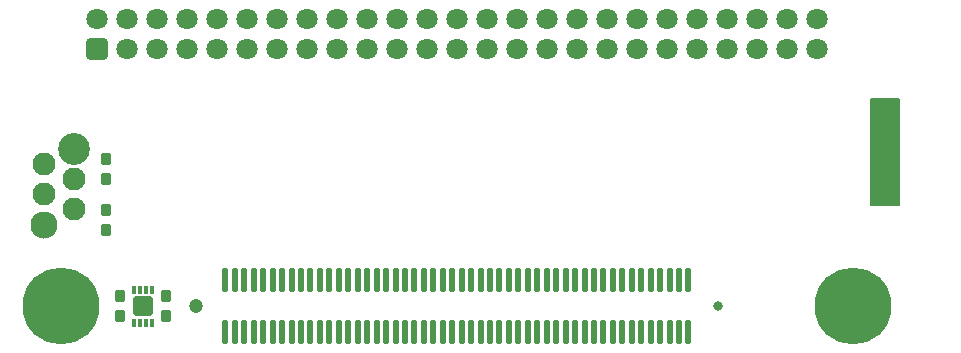
<source format=gts>
G04 #@! TF.GenerationSoftware,KiCad,Pcbnew,8.0.6*
G04 #@! TF.CreationDate,2024-11-07T02:27:30-08:00*
G04 #@! TF.ProjectId,mse-50-idc,6d73652d-3530-42d6-9964-632e6b696361,1*
G04 #@! TF.SameCoordinates,Original*
G04 #@! TF.FileFunction,Soldermask,Top*
G04 #@! TF.FilePolarity,Negative*
%FSLAX46Y46*%
G04 Gerber Fmt 4.6, Leading zero omitted, Abs format (unit mm)*
G04 Created by KiCad (PCBNEW 8.0.6) date 2024-11-07 02:27:30*
%MOMM*%
%LPD*%
G01*
G04 APERTURE LIST*
G04 Aperture macros list*
%AMRoundRect*
0 Rectangle with rounded corners*
0 $1 Rounding radius*
0 $2 $3 $4 $5 $6 $7 $8 $9 X,Y pos of 4 corners*
0 Add a 4 corners polygon primitive as box body*
4,1,4,$2,$3,$4,$5,$6,$7,$8,$9,$2,$3,0*
0 Add four circle primitives for the rounded corners*
1,1,$1+$1,$2,$3*
1,1,$1+$1,$4,$5*
1,1,$1+$1,$6,$7*
1,1,$1+$1,$8,$9*
0 Add four rect primitives between the rounded corners*
20,1,$1+$1,$2,$3,$4,$5,0*
20,1,$1+$1,$4,$5,$6,$7,0*
20,1,$1+$1,$6,$7,$8,$9,0*
20,1,$1+$1,$8,$9,$2,$3,0*%
G04 Aperture macros list end*
%ADD10C,0.800000*%
%ADD11C,1.200000*%
%ADD12RoundRect,0.125000X0.125000X0.925000X-0.125000X0.925000X-0.125000X-0.925000X0.125000X-0.925000X0*%
%ADD13RoundRect,0.225000X0.225000X-0.275000X0.225000X0.275000X-0.225000X0.275000X-0.225000X-0.275000X0*%
%ADD14RoundRect,0.225000X-0.225000X0.275000X-0.225000X-0.275000X0.225000X-0.275000X0.225000X0.275000X0*%
%ADD15RoundRect,0.264706X0.635294X-0.635294X0.635294X0.635294X-0.635294X0.635294X-0.635294X-0.635294X0*%
%ADD16C,1.800000*%
%ADD17C,6.500000*%
%ADD18RoundRect,0.062500X0.137500X-0.287500X0.137500X0.287500X-0.137500X0.287500X-0.137500X-0.287500X0*%
%ADD19RoundRect,0.265625X0.584375X-0.584375X0.584375X0.584375X-0.584375X0.584375X-0.584375X-0.584375X0*%
%ADD20C,2.300000*%
%ADD21C,2.700000*%
%ADD22C,1.950000*%
G04 APERTURE END LIST*
D10*
G04 #@! TO.C,J1*
X-15400000Y4000000D03*
D11*
X-59600000Y4000000D03*
D12*
X-57100000Y1800000D03*
X-57100000Y6200000D03*
X-56300000Y1800001D03*
X-56300000Y6199999D03*
X-55500000Y1800000D03*
X-55500000Y6200000D03*
X-54700001Y1800000D03*
X-54700001Y6200000D03*
X-53900000Y1800000D03*
X-53900000Y6200000D03*
X-53100000Y1800000D03*
X-53100000Y6200000D03*
X-52299999Y1800000D03*
X-52299999Y6200000D03*
X-51500000Y1800000D03*
X-51500000Y6200000D03*
X-50700000Y1800001D03*
X-50700000Y6199999D03*
X-49900000Y1800000D03*
X-49900000Y6200000D03*
X-49100000Y1800000D03*
X-49100000Y6200000D03*
X-48300000Y1800000D03*
X-48300000Y6200000D03*
X-47500000Y1800000D03*
X-47500000Y6200000D03*
X-46699999Y1800000D03*
X-46699999Y6200000D03*
X-45900000Y1800000D03*
X-45900000Y6200000D03*
X-45100000Y1800001D03*
X-45100000Y6199999D03*
X-44300000Y1800000D03*
X-44300000Y6200000D03*
X-43500000Y1800000D03*
X-43500000Y6200000D03*
X-42700000Y1800000D03*
X-42700000Y6200000D03*
X-41900000Y1800000D03*
X-41900000Y6200000D03*
X-41099999Y1800000D03*
X-41099999Y6200000D03*
X-40300000Y1800000D03*
X-40300000Y6200000D03*
X-39500000Y1800001D03*
X-39500000Y6199999D03*
X-38700000Y1800000D03*
X-38700000Y6200000D03*
X-37900000Y1800000D03*
X-37900000Y6200000D03*
X-37100000Y1800000D03*
X-37100000Y6200000D03*
X-36300000Y1800000D03*
X-36300000Y6200000D03*
X-35500000Y1800001D03*
X-35500000Y6199999D03*
X-34700000Y1800000D03*
X-34700000Y6200000D03*
X-33900001Y1800000D03*
X-33900001Y6200000D03*
X-33100000Y1800000D03*
X-33100000Y6200000D03*
X-32300000Y1800000D03*
X-32300000Y6200000D03*
X-31500000Y1800000D03*
X-31500000Y6200000D03*
X-30700000Y1800000D03*
X-30700000Y6200000D03*
X-29900000Y1800001D03*
X-29900000Y6199999D03*
X-29100000Y1800000D03*
X-29100000Y6200000D03*
X-28300001Y1800000D03*
X-28300001Y6200000D03*
X-27500000Y1800000D03*
X-27500000Y6200000D03*
X-26700000Y1800000D03*
X-26700000Y6200000D03*
X-25900000Y1800000D03*
X-25900000Y6200000D03*
X-25100000Y1800000D03*
X-25100000Y6200000D03*
X-24300000Y1800001D03*
X-24300000Y6199999D03*
X-23500000Y1800000D03*
X-23500000Y6200000D03*
X-22700001Y1800000D03*
X-22700001Y6200000D03*
X-21900000Y1800000D03*
X-21900000Y6200000D03*
X-21100000Y1800000D03*
X-21100000Y6200000D03*
X-20299999Y1800000D03*
X-20299999Y6200000D03*
X-19500000Y1800000D03*
X-19500000Y6200000D03*
X-18700000Y1800001D03*
X-18700000Y6199999D03*
X-17900000Y1800000D03*
X-17900000Y6200000D03*
G04 #@! TD*
D13*
G04 #@! TO.C,R3*
X-67200000Y10450000D03*
X-67200000Y12150000D03*
G04 #@! TD*
D14*
G04 #@! TO.C,R2*
X-67200000Y16450000D03*
X-67200000Y14750000D03*
G04 #@! TD*
D13*
G04 #@! TO.C,C1*
X-66050000Y3150000D03*
X-66050000Y4850000D03*
G04 #@! TD*
D15*
G04 #@! TO.C,J2*
X-67980000Y25760000D03*
D16*
X-67980000Y28300000D03*
X-65440000Y25760000D03*
X-65440000Y28300000D03*
X-62900001Y25760000D03*
X-62900000Y28300000D03*
X-60360000Y25760000D03*
X-60360000Y28300000D03*
X-57820000Y25760000D03*
X-57820000Y28300000D03*
X-55280000Y25760000D03*
X-55280000Y28300000D03*
X-52740000Y25760000D03*
X-52740000Y28300000D03*
X-50199999Y25760000D03*
X-50200000Y28300000D03*
X-47660000Y25760000D03*
X-47660000Y28300000D03*
X-45120000Y25760000D03*
X-45120000Y28300000D03*
X-42580000Y25760000D03*
X-42580000Y28300000D03*
X-40040001Y25760000D03*
X-40040000Y28300000D03*
X-37500000Y25760000D03*
X-37500000Y28300000D03*
X-34960000Y25760000D03*
X-34960000Y28300000D03*
X-32420000Y25760000D03*
X-32420000Y28300000D03*
X-29880001Y25760000D03*
X-29880000Y28300000D03*
X-27339999Y25760000D03*
X-27340000Y28300000D03*
X-24800000Y25760000D03*
X-24800000Y28300000D03*
X-22260000Y25760000D03*
X-22260000Y28300000D03*
X-19720000Y25760000D03*
X-19720000Y28300000D03*
X-17180001Y25760000D03*
X-17180000Y28300000D03*
X-14640000Y25760000D03*
X-14640000Y28300000D03*
X-12100000Y25760000D03*
X-12100000Y28300000D03*
X-9560000Y25760000D03*
X-9560000Y28300000D03*
X-7020001Y25760000D03*
X-7020000Y28300000D03*
G04 #@! TD*
D17*
G04 #@! TO.C,H4*
X-4000000Y4000000D03*
G04 #@! TD*
D13*
G04 #@! TO.C,R1*
X-62150000Y3150000D03*
X-62150000Y4850000D03*
G04 #@! TD*
D18*
G04 #@! TO.C,U1*
X-64850001Y2600000D03*
X-64350000Y2600000D03*
X-63850000Y2600000D03*
X-63349999Y2600000D03*
X-63349999Y5400000D03*
X-63850000Y5400000D03*
X-64350000Y5400000D03*
X-64850001Y5400000D03*
D19*
X-64100000Y4000000D03*
G04 #@! TD*
D20*
G04 #@! TO.C,J3*
X-72440000Y10870000D03*
D21*
X-69900000Y17340000D03*
D22*
X-72440000Y16010000D03*
X-69900000Y14740000D03*
X-72440000Y13470000D03*
X-69900000Y12200000D03*
G04 #@! TD*
D17*
G04 #@! TO.C,H3*
X-71000000Y4000000D03*
G04 #@! TD*
G36*
X-56961Y21630315D02*
G01*
X-11206Y21577511D01*
X0Y21526000D01*
X0Y12574000D01*
X-19685Y12506961D01*
X-72489Y12461206D01*
X-124000Y12450000D01*
X-2376000Y12450000D01*
X-2443039Y12469685D01*
X-2488794Y12522489D01*
X-2500000Y12574000D01*
X-2500000Y21526000D01*
X-2480315Y21593039D01*
X-2427511Y21638794D01*
X-2376000Y21650000D01*
X-124000Y21650000D01*
X-56961Y21630315D01*
G37*
M02*

</source>
